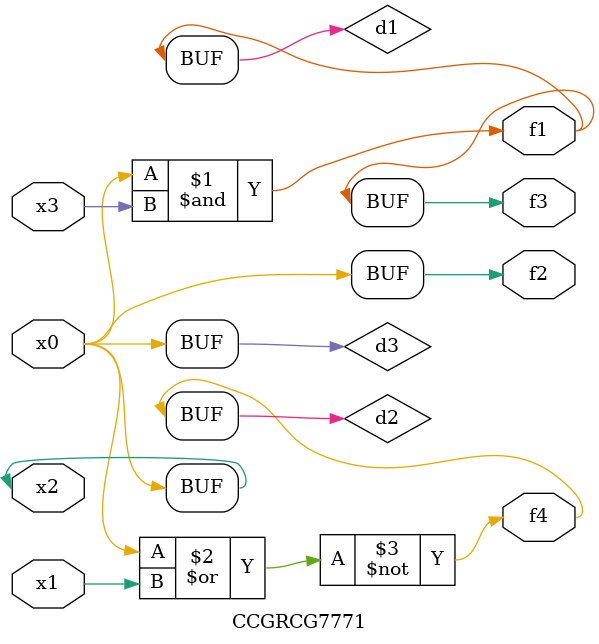
<source format=v>
module CCGRCG7771(
	input x0, x1, x2, x3,
	output f1, f2, f3, f4
);

	wire d1, d2, d3;

	and (d1, x2, x3);
	nor (d2, x0, x1);
	buf (d3, x0, x2);
	assign f1 = d1;
	assign f2 = d3;
	assign f3 = d1;
	assign f4 = d2;
endmodule

</source>
